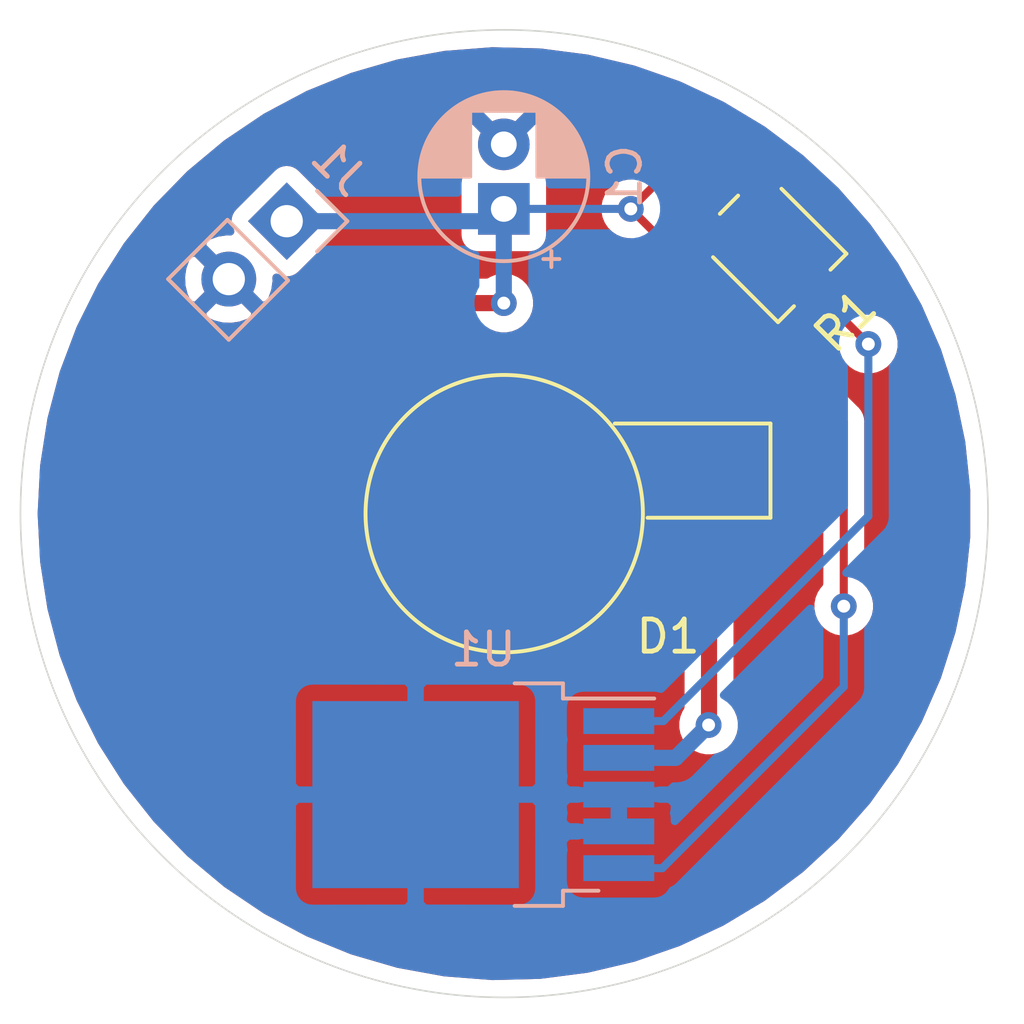
<source format=kicad_pcb>
(kicad_pcb (version 20171130) (host pcbnew 5.1.4-e60b266~84~ubuntu18.04.1)

  (general
    (thickness 1.6)
    (drawings 1)
    (tracks 30)
    (zones 0)
    (modules 5)
    (nets 5)
  )

  (page A4)
  (layers
    (0 F.Cu signal)
    (31 B.Cu signal)
    (32 B.Adhes user)
    (33 F.Adhes user)
    (34 B.Paste user)
    (35 F.Paste user)
    (36 B.SilkS user)
    (37 F.SilkS user)
    (38 B.Mask user)
    (39 F.Mask user)
    (40 Dwgs.User user)
    (41 Cmts.User user)
    (42 Eco1.User user)
    (43 Eco2.User user)
    (44 Edge.Cuts user)
    (45 Margin user)
    (46 B.CrtYd user)
    (47 F.CrtYd user)
    (48 B.Fab user)
    (49 F.Fab user)
  )

  (setup
    (last_trace_width 0.25)
    (user_trace_width 0.5)
    (trace_clearance 0.2)
    (zone_clearance 0.508)
    (zone_45_only no)
    (trace_min 0.2)
    (via_size 0.8)
    (via_drill 0.4)
    (via_min_size 0.4)
    (via_min_drill 0.3)
    (uvia_size 0.3)
    (uvia_drill 0.1)
    (uvias_allowed no)
    (uvia_min_size 0.2)
    (uvia_min_drill 0.1)
    (edge_width 0.05)
    (segment_width 0.2)
    (pcb_text_width 0.3)
    (pcb_text_size 1.5 1.5)
    (mod_edge_width 0.12)
    (mod_text_size 1 1)
    (mod_text_width 0.15)
    (pad_size 1.524 1.524)
    (pad_drill 0.762)
    (pad_to_mask_clearance 0.051)
    (solder_mask_min_width 0.25)
    (aux_axis_origin 0 0)
    (visible_elements FFFFFF7F)
    (pcbplotparams
      (layerselection 0x010fc_ffffffff)
      (usegerberextensions false)
      (usegerberattributes false)
      (usegerberadvancedattributes false)
      (creategerberjobfile false)
      (excludeedgelayer true)
      (linewidth 0.100000)
      (plotframeref false)
      (viasonmask false)
      (mode 1)
      (useauxorigin false)
      (hpglpennumber 1)
      (hpglpenspeed 20)
      (hpglpendiameter 15.000000)
      (psnegative false)
      (psa4output false)
      (plotreference true)
      (plotvalue true)
      (plotinvisibletext false)
      (padsonsilk false)
      (subtractmaskfromsilk false)
      (outputformat 1)
      (mirror false)
      (drillshape 1)
      (scaleselection 1)
      (outputdirectory ""))
  )

  (net 0 "")
  (net 1 GND)
  (net 2 12V)
  (net 3 "Net-(R1-Pad1)")
  (net 4 "Net-(D1-Pad1)")

  (net_class Default "This is the default net class."
    (clearance 0.2)
    (trace_width 0.25)
    (via_dia 0.8)
    (via_drill 0.4)
    (uvia_dia 0.3)
    (uvia_drill 0.1)
    (add_net 12V)
    (add_net GND)
    (add_net "Net-(D1-Pad1)")
    (add_net "Net-(R1-Pad1)")
  )

  (module LED_SMD:LED_1W_3W_R8 (layer F.Cu) (tedit 58AC980C) (tstamp 5D9EEB53)
    (at 150 100 180)
    (descr https://www.gme.cz/data/attachments/dsh.518-234.1.pdf)
    (tags "LED 1W 3W 5W")
    (path /5D9DEF9B)
    (attr smd)
    (fp_text reference D1 (at -5.08 -3.81) (layer F.SilkS)
      (effects (font (size 1 1) (thickness 0.15)))
    )
    (fp_text value LED (at 0 5.08) (layer F.Fab)
      (effects (font (size 1 1) (thickness 0.15)))
    )
    (fp_text user %R (at 0 -2.54) (layer F.Fab)
      (effects (font (size 1 1) (thickness 0.15)))
    )
    (fp_line (start -2.54 0) (end -1.27 0) (layer F.Fab) (width 0.1))
    (fp_line (start -1.27 -1.27) (end -1.27 1.27) (layer F.Fab) (width 0.1))
    (fp_line (start 1.27 0) (end 2.54 0) (layer F.Fab) (width 0.1))
    (fp_line (start 1.27 1.27) (end 1.27 0) (layer F.Fab) (width 0.1))
    (fp_line (start -1.27 0) (end 1.27 1.27) (layer F.Fab) (width 0.1))
    (fp_line (start 1.27 -1.27) (end 1.27 1.27) (layer F.Fab) (width 0.1))
    (fp_line (start -1.27 0) (end 1.27 -1.27) (layer F.Fab) (width 0.1))
    (fp_arc (start 0 0) (end 4.59 0.45) (angle 131.3332206) (layer F.CrtYd) (width 0.05))
    (fp_arc (start 0 0) (end -4.59 -0.45) (angle 131.3332206) (layer F.CrtYd) (width 0.05))
    (fp_line (start 8.55 0.45) (end 4.59 0.45) (layer F.CrtYd) (width 0.05))
    (fp_line (start 8.55 -3.15) (end 8.55 0.45) (layer F.CrtYd) (width 0.05))
    (fp_line (start 3.37 -3.15) (end 8.55 -3.15) (layer F.CrtYd) (width 0.05))
    (fp_line (start -8.55 3.15) (end -3.37 3.15) (layer F.CrtYd) (width 0.05))
    (fp_line (start -8.55 -0.45) (end -8.55 3.15) (layer F.CrtYd) (width 0.05))
    (fp_line (start -4.59 -0.45) (end -8.55 -0.45) (layer F.CrtYd) (width 0.05))
    (fp_line (start -8.255 2.794) (end -3.429 2.794) (layer F.SilkS) (width 0.12))
    (fp_line (start -8.255 -0.127) (end -8.255 2.794) (layer F.SilkS) (width 0.12))
    (fp_line (start -4.445 -0.127) (end -8.255 -0.127) (layer F.SilkS) (width 0.12))
    (fp_circle (center 0 0) (end -4.3 0) (layer F.SilkS) (width 0.12))
    (fp_line (start 4.318 1.016) (end 5.334 1.016) (layer F.Fab) (width 0.1))
    (fp_line (start -5.334 -1.016) (end -4.318 -1.016) (layer F.Fab) (width 0.1))
    (fp_line (start 4.826 1.524) (end 4.826 0.508) (layer F.Fab) (width 0.1))
    (fp_circle (center 0 0) (end 4.025 0) (layer F.Fab) (width 0.1))
    (pad 2 smd rect (at 6.35 -1.35 180) (size 3.5 2.7) (layers F.Cu F.Paste F.Mask)
      (net 2 12V))
    (pad 1 smd rect (at -6.35 1.35 180) (size 3.5 2.7) (layers F.Cu F.Paste F.Mask)
      (net 4 "Net-(D1-Pad1)"))
    (pad 3 smd circle (at 0 0 180) (size 5.7 5.7) (layers F.Cu F.Paste F.Mask))
    (model ${KISYS3DMOD}/LED_SMD.3dshapes/LED_1W_3W_R8.wrl
      (at (xyz 0 0 0))
      (scale (xyz 1 1 1))
      (rotate (xyz 0 0 0))
    )
  )

  (module Connector_PinHeader_2.54mm:PinHeader_1x02_P2.54mm_Vertical (layer B.Cu) (tedit 59FED5CC) (tstamp 5D9EEF84)
    (at 143.256 90.932 135)
    (descr "Through hole straight pin header, 1x02, 2.54mm pitch, single row")
    (tags "Through hole pin header THT 1x02 2.54mm single row")
    (path /5D9EBB2B)
    (fp_text reference J1 (at 0 2.33 135) (layer B.SilkS)
      (effects (font (size 1 1) (thickness 0.15)) (justify mirror))
    )
    (fp_text value Conn_01x02 (at 0 -4.87 135) (layer B.Fab)
      (effects (font (size 1 1) (thickness 0.15)) (justify mirror))
    )
    (fp_line (start -0.635 1.27) (end 1.27 1.27) (layer B.Fab) (width 0.1))
    (fp_line (start 1.27 1.27) (end 1.27 -3.81) (layer B.Fab) (width 0.1))
    (fp_line (start 1.27 -3.81) (end -1.27 -3.81) (layer B.Fab) (width 0.1))
    (fp_line (start -1.27 -3.81) (end -1.27 0.635) (layer B.Fab) (width 0.1))
    (fp_line (start -1.27 0.635) (end -0.635 1.27) (layer B.Fab) (width 0.1))
    (fp_line (start -1.33 -3.87) (end 1.33 -3.87) (layer B.SilkS) (width 0.12))
    (fp_line (start -1.33 -1.27) (end -1.33 -3.87) (layer B.SilkS) (width 0.12))
    (fp_line (start 1.33 -1.27) (end 1.33 -3.87) (layer B.SilkS) (width 0.12))
    (fp_line (start -1.33 -1.27) (end 1.33 -1.27) (layer B.SilkS) (width 0.12))
    (fp_line (start -1.33 0) (end -1.33 1.33) (layer B.SilkS) (width 0.12))
    (fp_line (start -1.33 1.33) (end 0 1.33) (layer B.SilkS) (width 0.12))
    (fp_line (start -1.8 1.8) (end -1.8 -4.35) (layer B.CrtYd) (width 0.05))
    (fp_line (start -1.8 -4.35) (end 1.8 -4.35) (layer B.CrtYd) (width 0.05))
    (fp_line (start 1.8 -4.35) (end 1.8 1.8) (layer B.CrtYd) (width 0.05))
    (fp_line (start 1.8 1.8) (end -1.8 1.8) (layer B.CrtYd) (width 0.05))
    (fp_text user %R (at 0 -1.27 225) (layer B.Fab)
      (effects (font (size 1 1) (thickness 0.15)) (justify mirror))
    )
    (pad 1 thru_hole rect (at 0 0 135) (size 1.7 1.7) (drill 1) (layers *.Cu *.Mask)
      (net 2 12V))
    (pad 2 thru_hole oval (at 0 -2.54 135) (size 1.7 1.7) (drill 1) (layers *.Cu *.Mask)
      (net 1 GND))
    (model ${KISYS3DMOD}/Connector_PinHeader_2.54mm.3dshapes/PinHeader_1x02_P2.54mm_Vertical.wrl
      (at (xyz 0 0 0))
      (scale (xyz 1 1 1))
      (rotate (xyz 0 0 0))
    )
  )

  (module EmitterMk1:Potentiometer_TM3FJ_3x3.65mm (layer F.Cu) (tedit 5D9DD141) (tstamp 5D9EEB75)
    (at 158.242 91.694 225)
    (path /5D9E7358)
    (fp_text reference R1 (at 0 -3.302 45) (layer F.SilkS)
      (effects (font (size 1 1) (thickness 0.15)))
    )
    (fp_text value R_Variable (at 0 3.302 45) (layer F.Fab)
      (effects (font (size 1 1) (thickness 0.15)))
    )
    (fp_line (start -0.4 1.8) (end 0.4 1.8) (layer F.SilkS) (width 0.12))
    (fp_line (start -1.5 1) (end -1.5 -1.85) (layer F.SilkS) (width 0.12))
    (fp_line (start -1.5 -1.85) (end -0.8 -1.85) (layer F.SilkS) (width 0.12))
    (fp_line (start 0.8 -1.85) (end 1.5 -1.85) (layer F.SilkS) (width 0.12))
    (fp_line (start 1.5 -1.85) (end 1.5 1) (layer F.SilkS) (width 0.12))
    (pad 2 smd rect (at -1 1.6 225) (size 1.2 1.2) (layers F.Cu F.Paste F.Mask)
      (net 2 12V))
    (pad 3 smd rect (at 1 1.6 225) (size 1.2 1.2) (layers F.Cu F.Paste F.Mask))
    (pad 1 smd rect (at 0 -1.65 225) (size 1.6 1.5) (layers F.Cu F.Paste F.Mask)
      (net 3 "Net-(R1-Pad1)"))
  )

  (module Package_TO_SOT_SMD:TO-252-5_TabPin3 (layer B.Cu) (tedit 5A70FB5C) (tstamp 5D9EFBCE)
    (at 149.352 108.712 180)
    (descr "TO-252 / DPAK SMD package, http://www.infineon.com/cms/en/product/packages/PG-TO252/PG-TO252-5-11/")
    (tags "DPAK TO-252 DPAK-5 TO-252-5")
    (path /5D9DE81C)
    (attr smd)
    (fp_text reference U1 (at 0 4.5) (layer B.SilkS)
      (effects (font (size 1 1) (thickness 0.15)) (justify mirror))
    )
    (fp_text value DD311 (at 0 -4.5) (layer B.Fab)
      (effects (font (size 1 1) (thickness 0.15)) (justify mirror))
    )
    (fp_line (start 3.95 2.7) (end 4.95 2.7) (layer B.Fab) (width 0.1))
    (fp_line (start 4.95 2.7) (end 4.95 -2.7) (layer B.Fab) (width 0.1))
    (fp_line (start 4.95 -2.7) (end 3.95 -2.7) (layer B.Fab) (width 0.1))
    (fp_line (start 3.95 3.25) (end 3.95 -3.25) (layer B.Fab) (width 0.1))
    (fp_line (start 3.95 -3.25) (end -2.27 -3.25) (layer B.Fab) (width 0.1))
    (fp_line (start -2.27 -3.25) (end -2.27 2.25) (layer B.Fab) (width 0.1))
    (fp_line (start -2.27 2.25) (end -1.27 3.25) (layer B.Fab) (width 0.1))
    (fp_line (start -1.27 3.25) (end 3.95 3.25) (layer B.Fab) (width 0.1))
    (fp_line (start -1.94 2.58) (end -4.97 2.58) (layer B.Fab) (width 0.1))
    (fp_line (start -4.97 2.58) (end -4.97 1.98) (layer B.Fab) (width 0.1))
    (fp_line (start -4.97 1.98) (end -2.27 1.98) (layer B.Fab) (width 0.1))
    (fp_line (start -2.27 1.44) (end -4.97 1.44) (layer B.Fab) (width 0.1))
    (fp_line (start -4.97 1.44) (end -4.97 0.84) (layer B.Fab) (width 0.1))
    (fp_line (start -4.97 0.84) (end -2.27 0.84) (layer B.Fab) (width 0.1))
    (fp_line (start -2.27 0.3) (end -4.97 0.3) (layer B.Fab) (width 0.1))
    (fp_line (start -4.97 0.3) (end -4.97 -0.3) (layer B.Fab) (width 0.1))
    (fp_line (start -4.97 -0.3) (end -2.27 -0.3) (layer B.Fab) (width 0.1))
    (fp_line (start -2.27 -0.84) (end -4.97 -0.84) (layer B.Fab) (width 0.1))
    (fp_line (start -4.97 -0.84) (end -4.97 -1.44) (layer B.Fab) (width 0.1))
    (fp_line (start -4.97 -1.44) (end -2.27 -1.44) (layer B.Fab) (width 0.1))
    (fp_line (start -2.27 -1.98) (end -4.97 -1.98) (layer B.Fab) (width 0.1))
    (fp_line (start -4.97 -1.98) (end -4.97 -2.58) (layer B.Fab) (width 0.1))
    (fp_line (start -4.97 -2.58) (end -2.27 -2.58) (layer B.Fab) (width 0.1))
    (fp_line (start -0.97 3.45) (end -2.47 3.45) (layer B.SilkS) (width 0.12))
    (fp_line (start -2.47 3.45) (end -2.47 2.98) (layer B.SilkS) (width 0.12))
    (fp_line (start -2.47 2.98) (end -5.3 2.98) (layer B.SilkS) (width 0.12))
    (fp_line (start -0.97 -3.45) (end -2.47 -3.45) (layer B.SilkS) (width 0.12))
    (fp_line (start -2.47 -3.45) (end -2.47 -2.98) (layer B.SilkS) (width 0.12))
    (fp_line (start -2.47 -2.98) (end -3.57 -2.98) (layer B.SilkS) (width 0.12))
    (fp_line (start -5.55 3.5) (end -5.55 -3.5) (layer B.CrtYd) (width 0.05))
    (fp_line (start -5.55 -3.5) (end 5.55 -3.5) (layer B.CrtYd) (width 0.05))
    (fp_line (start 5.55 -3.5) (end 5.55 3.5) (layer B.CrtYd) (width 0.05))
    (fp_line (start 5.55 3.5) (end -5.55 3.5) (layer B.CrtYd) (width 0.05))
    (fp_text user %R (at 0 0 90) (layer B.Fab)
      (effects (font (size 1 1) (thickness 0.15)) (justify mirror))
    )
    (pad 1 smd rect (at -4.2 2.28 180) (size 2.2 0.8) (layers B.Cu B.Paste B.Mask)
      (net 3 "Net-(R1-Pad1)"))
    (pad 2 smd rect (at -4.2 1.14 180) (size 2.2 0.8) (layers B.Cu B.Paste B.Mask)
      (net 4 "Net-(D1-Pad1)"))
    (pad 3 smd rect (at -4.2 0 180) (size 2.2 0.8) (layers B.Cu B.Paste B.Mask)
      (net 1 GND))
    (pad 4 smd rect (at -4.2 -1.14 180) (size 2.2 0.8) (layers B.Cu B.Paste B.Mask)
      (net 1 GND))
    (pad 5 smd rect (at -4.2 -2.28 180) (size 2.2 0.8) (layers B.Cu B.Paste B.Mask)
      (net 2 12V))
    (pad 3 smd rect (at 2.1 0 180) (size 6.4 5.8) (layers B.Cu B.Mask)
      (net 1 GND))
    (pad "" smd rect (at 3.775 -1.525 180) (size 3.05 2.75) (layers B.Paste))
    (pad "" smd rect (at 0.425 1.525 180) (size 3.05 2.75) (layers B.Paste))
    (pad "" smd rect (at 3.775 1.525 180) (size 3.05 2.75) (layers B.Paste))
    (pad "" smd rect (at 0.425 -1.525 180) (size 3.05 2.75) (layers B.Paste))
    (model ${KISYS3DMOD}/Package_TO_SOT_SMD.3dshapes/TO-252-5_TabPin3.wrl
      (at (xyz 0 0 0))
      (scale (xyz 1 1 1))
      (rotate (xyz 0 0 0))
    )
  )

  (module Capacitor_THT:CP_Radial_D5.0mm_P2.00mm (layer B.Cu) (tedit 5AE50EF0) (tstamp 5D9F4EFF)
    (at 149.987 90.551 90)
    (descr "CP, Radial series, Radial, pin pitch=2.00mm, , diameter=5mm, Electrolytic Capacitor")
    (tags "CP Radial series Radial pin pitch 2.00mm  diameter 5mm Electrolytic Capacitor")
    (path /5D9F245E)
    (fp_text reference C1 (at 1 3.75 90) (layer B.SilkS)
      (effects (font (size 1 1) (thickness 0.15)) (justify mirror))
    )
    (fp_text value 47uF (at 1 -3.75 90) (layer B.Fab)
      (effects (font (size 1 1) (thickness 0.15)) (justify mirror))
    )
    (fp_circle (center 1 0) (end 3.5 0) (layer B.Fab) (width 0.1))
    (fp_circle (center 1 0) (end 3.62 0) (layer B.SilkS) (width 0.12))
    (fp_circle (center 1 0) (end 3.75 0) (layer B.CrtYd) (width 0.05))
    (fp_line (start -1.133605 1.0875) (end -0.633605 1.0875) (layer B.Fab) (width 0.1))
    (fp_line (start -0.883605 1.3375) (end -0.883605 0.8375) (layer B.Fab) (width 0.1))
    (fp_line (start 1 -1.04) (end 1 -2.58) (layer B.SilkS) (width 0.12))
    (fp_line (start 1 2.58) (end 1 1.04) (layer B.SilkS) (width 0.12))
    (fp_line (start 1.04 -1.04) (end 1.04 -2.58) (layer B.SilkS) (width 0.12))
    (fp_line (start 1.04 2.58) (end 1.04 1.04) (layer B.SilkS) (width 0.12))
    (fp_line (start 1.08 2.579) (end 1.08 1.04) (layer B.SilkS) (width 0.12))
    (fp_line (start 1.08 -1.04) (end 1.08 -2.579) (layer B.SilkS) (width 0.12))
    (fp_line (start 1.12 2.578) (end 1.12 1.04) (layer B.SilkS) (width 0.12))
    (fp_line (start 1.12 -1.04) (end 1.12 -2.578) (layer B.SilkS) (width 0.12))
    (fp_line (start 1.16 2.576) (end 1.16 1.04) (layer B.SilkS) (width 0.12))
    (fp_line (start 1.16 -1.04) (end 1.16 -2.576) (layer B.SilkS) (width 0.12))
    (fp_line (start 1.2 2.573) (end 1.2 1.04) (layer B.SilkS) (width 0.12))
    (fp_line (start 1.2 -1.04) (end 1.2 -2.573) (layer B.SilkS) (width 0.12))
    (fp_line (start 1.24 2.569) (end 1.24 1.04) (layer B.SilkS) (width 0.12))
    (fp_line (start 1.24 -1.04) (end 1.24 -2.569) (layer B.SilkS) (width 0.12))
    (fp_line (start 1.28 2.565) (end 1.28 1.04) (layer B.SilkS) (width 0.12))
    (fp_line (start 1.28 -1.04) (end 1.28 -2.565) (layer B.SilkS) (width 0.12))
    (fp_line (start 1.32 2.561) (end 1.32 1.04) (layer B.SilkS) (width 0.12))
    (fp_line (start 1.32 -1.04) (end 1.32 -2.561) (layer B.SilkS) (width 0.12))
    (fp_line (start 1.36 2.556) (end 1.36 1.04) (layer B.SilkS) (width 0.12))
    (fp_line (start 1.36 -1.04) (end 1.36 -2.556) (layer B.SilkS) (width 0.12))
    (fp_line (start 1.4 2.55) (end 1.4 1.04) (layer B.SilkS) (width 0.12))
    (fp_line (start 1.4 -1.04) (end 1.4 -2.55) (layer B.SilkS) (width 0.12))
    (fp_line (start 1.44 2.543) (end 1.44 1.04) (layer B.SilkS) (width 0.12))
    (fp_line (start 1.44 -1.04) (end 1.44 -2.543) (layer B.SilkS) (width 0.12))
    (fp_line (start 1.48 2.536) (end 1.48 1.04) (layer B.SilkS) (width 0.12))
    (fp_line (start 1.48 -1.04) (end 1.48 -2.536) (layer B.SilkS) (width 0.12))
    (fp_line (start 1.52 2.528) (end 1.52 1.04) (layer B.SilkS) (width 0.12))
    (fp_line (start 1.52 -1.04) (end 1.52 -2.528) (layer B.SilkS) (width 0.12))
    (fp_line (start 1.56 2.52) (end 1.56 1.04) (layer B.SilkS) (width 0.12))
    (fp_line (start 1.56 -1.04) (end 1.56 -2.52) (layer B.SilkS) (width 0.12))
    (fp_line (start 1.6 2.511) (end 1.6 1.04) (layer B.SilkS) (width 0.12))
    (fp_line (start 1.6 -1.04) (end 1.6 -2.511) (layer B.SilkS) (width 0.12))
    (fp_line (start 1.64 2.501) (end 1.64 1.04) (layer B.SilkS) (width 0.12))
    (fp_line (start 1.64 -1.04) (end 1.64 -2.501) (layer B.SilkS) (width 0.12))
    (fp_line (start 1.68 2.491) (end 1.68 1.04) (layer B.SilkS) (width 0.12))
    (fp_line (start 1.68 -1.04) (end 1.68 -2.491) (layer B.SilkS) (width 0.12))
    (fp_line (start 1.721 2.48) (end 1.721 1.04) (layer B.SilkS) (width 0.12))
    (fp_line (start 1.721 -1.04) (end 1.721 -2.48) (layer B.SilkS) (width 0.12))
    (fp_line (start 1.761 2.468) (end 1.761 1.04) (layer B.SilkS) (width 0.12))
    (fp_line (start 1.761 -1.04) (end 1.761 -2.468) (layer B.SilkS) (width 0.12))
    (fp_line (start 1.801 2.455) (end 1.801 1.04) (layer B.SilkS) (width 0.12))
    (fp_line (start 1.801 -1.04) (end 1.801 -2.455) (layer B.SilkS) (width 0.12))
    (fp_line (start 1.841 2.442) (end 1.841 1.04) (layer B.SilkS) (width 0.12))
    (fp_line (start 1.841 -1.04) (end 1.841 -2.442) (layer B.SilkS) (width 0.12))
    (fp_line (start 1.881 2.428) (end 1.881 1.04) (layer B.SilkS) (width 0.12))
    (fp_line (start 1.881 -1.04) (end 1.881 -2.428) (layer B.SilkS) (width 0.12))
    (fp_line (start 1.921 2.414) (end 1.921 1.04) (layer B.SilkS) (width 0.12))
    (fp_line (start 1.921 -1.04) (end 1.921 -2.414) (layer B.SilkS) (width 0.12))
    (fp_line (start 1.961 2.398) (end 1.961 1.04) (layer B.SilkS) (width 0.12))
    (fp_line (start 1.961 -1.04) (end 1.961 -2.398) (layer B.SilkS) (width 0.12))
    (fp_line (start 2.001 2.382) (end 2.001 1.04) (layer B.SilkS) (width 0.12))
    (fp_line (start 2.001 -1.04) (end 2.001 -2.382) (layer B.SilkS) (width 0.12))
    (fp_line (start 2.041 2.365) (end 2.041 1.04) (layer B.SilkS) (width 0.12))
    (fp_line (start 2.041 -1.04) (end 2.041 -2.365) (layer B.SilkS) (width 0.12))
    (fp_line (start 2.081 2.348) (end 2.081 1.04) (layer B.SilkS) (width 0.12))
    (fp_line (start 2.081 -1.04) (end 2.081 -2.348) (layer B.SilkS) (width 0.12))
    (fp_line (start 2.121 2.329) (end 2.121 1.04) (layer B.SilkS) (width 0.12))
    (fp_line (start 2.121 -1.04) (end 2.121 -2.329) (layer B.SilkS) (width 0.12))
    (fp_line (start 2.161 2.31) (end 2.161 1.04) (layer B.SilkS) (width 0.12))
    (fp_line (start 2.161 -1.04) (end 2.161 -2.31) (layer B.SilkS) (width 0.12))
    (fp_line (start 2.201 2.29) (end 2.201 1.04) (layer B.SilkS) (width 0.12))
    (fp_line (start 2.201 -1.04) (end 2.201 -2.29) (layer B.SilkS) (width 0.12))
    (fp_line (start 2.241 2.268) (end 2.241 1.04) (layer B.SilkS) (width 0.12))
    (fp_line (start 2.241 -1.04) (end 2.241 -2.268) (layer B.SilkS) (width 0.12))
    (fp_line (start 2.281 2.247) (end 2.281 1.04) (layer B.SilkS) (width 0.12))
    (fp_line (start 2.281 -1.04) (end 2.281 -2.247) (layer B.SilkS) (width 0.12))
    (fp_line (start 2.321 2.224) (end 2.321 1.04) (layer B.SilkS) (width 0.12))
    (fp_line (start 2.321 -1.04) (end 2.321 -2.224) (layer B.SilkS) (width 0.12))
    (fp_line (start 2.361 2.2) (end 2.361 1.04) (layer B.SilkS) (width 0.12))
    (fp_line (start 2.361 -1.04) (end 2.361 -2.2) (layer B.SilkS) (width 0.12))
    (fp_line (start 2.401 2.175) (end 2.401 1.04) (layer B.SilkS) (width 0.12))
    (fp_line (start 2.401 -1.04) (end 2.401 -2.175) (layer B.SilkS) (width 0.12))
    (fp_line (start 2.441 2.149) (end 2.441 1.04) (layer B.SilkS) (width 0.12))
    (fp_line (start 2.441 -1.04) (end 2.441 -2.149) (layer B.SilkS) (width 0.12))
    (fp_line (start 2.481 2.122) (end 2.481 1.04) (layer B.SilkS) (width 0.12))
    (fp_line (start 2.481 -1.04) (end 2.481 -2.122) (layer B.SilkS) (width 0.12))
    (fp_line (start 2.521 2.095) (end 2.521 1.04) (layer B.SilkS) (width 0.12))
    (fp_line (start 2.521 -1.04) (end 2.521 -2.095) (layer B.SilkS) (width 0.12))
    (fp_line (start 2.561 2.065) (end 2.561 1.04) (layer B.SilkS) (width 0.12))
    (fp_line (start 2.561 -1.04) (end 2.561 -2.065) (layer B.SilkS) (width 0.12))
    (fp_line (start 2.601 2.035) (end 2.601 1.04) (layer B.SilkS) (width 0.12))
    (fp_line (start 2.601 -1.04) (end 2.601 -2.035) (layer B.SilkS) (width 0.12))
    (fp_line (start 2.641 2.004) (end 2.641 1.04) (layer B.SilkS) (width 0.12))
    (fp_line (start 2.641 -1.04) (end 2.641 -2.004) (layer B.SilkS) (width 0.12))
    (fp_line (start 2.681 1.971) (end 2.681 1.04) (layer B.SilkS) (width 0.12))
    (fp_line (start 2.681 -1.04) (end 2.681 -1.971) (layer B.SilkS) (width 0.12))
    (fp_line (start 2.721 1.937) (end 2.721 1.04) (layer B.SilkS) (width 0.12))
    (fp_line (start 2.721 -1.04) (end 2.721 -1.937) (layer B.SilkS) (width 0.12))
    (fp_line (start 2.761 1.901) (end 2.761 1.04) (layer B.SilkS) (width 0.12))
    (fp_line (start 2.761 -1.04) (end 2.761 -1.901) (layer B.SilkS) (width 0.12))
    (fp_line (start 2.801 1.864) (end 2.801 1.04) (layer B.SilkS) (width 0.12))
    (fp_line (start 2.801 -1.04) (end 2.801 -1.864) (layer B.SilkS) (width 0.12))
    (fp_line (start 2.841 1.826) (end 2.841 1.04) (layer B.SilkS) (width 0.12))
    (fp_line (start 2.841 -1.04) (end 2.841 -1.826) (layer B.SilkS) (width 0.12))
    (fp_line (start 2.881 1.785) (end 2.881 1.04) (layer B.SilkS) (width 0.12))
    (fp_line (start 2.881 -1.04) (end 2.881 -1.785) (layer B.SilkS) (width 0.12))
    (fp_line (start 2.921 1.743) (end 2.921 1.04) (layer B.SilkS) (width 0.12))
    (fp_line (start 2.921 -1.04) (end 2.921 -1.743) (layer B.SilkS) (width 0.12))
    (fp_line (start 2.961 1.699) (end 2.961 1.04) (layer B.SilkS) (width 0.12))
    (fp_line (start 2.961 -1.04) (end 2.961 -1.699) (layer B.SilkS) (width 0.12))
    (fp_line (start 3.001 1.653) (end 3.001 1.04) (layer B.SilkS) (width 0.12))
    (fp_line (start 3.001 -1.04) (end 3.001 -1.653) (layer B.SilkS) (width 0.12))
    (fp_line (start 3.041 1.605) (end 3.041 -1.605) (layer B.SilkS) (width 0.12))
    (fp_line (start 3.081 1.554) (end 3.081 -1.554) (layer B.SilkS) (width 0.12))
    (fp_line (start 3.121 1.5) (end 3.121 -1.5) (layer B.SilkS) (width 0.12))
    (fp_line (start 3.161 1.443) (end 3.161 -1.443) (layer B.SilkS) (width 0.12))
    (fp_line (start 3.201 1.383) (end 3.201 -1.383) (layer B.SilkS) (width 0.12))
    (fp_line (start 3.241 1.319) (end 3.241 -1.319) (layer B.SilkS) (width 0.12))
    (fp_line (start 3.281 1.251) (end 3.281 -1.251) (layer B.SilkS) (width 0.12))
    (fp_line (start 3.321 1.178) (end 3.321 -1.178) (layer B.SilkS) (width 0.12))
    (fp_line (start 3.361 1.098) (end 3.361 -1.098) (layer B.SilkS) (width 0.12))
    (fp_line (start 3.401 1.011) (end 3.401 -1.011) (layer B.SilkS) (width 0.12))
    (fp_line (start 3.441 0.915) (end 3.441 -0.915) (layer B.SilkS) (width 0.12))
    (fp_line (start 3.481 0.805) (end 3.481 -0.805) (layer B.SilkS) (width 0.12))
    (fp_line (start 3.521 0.677) (end 3.521 -0.677) (layer B.SilkS) (width 0.12))
    (fp_line (start 3.561 0.518) (end 3.561 -0.518) (layer B.SilkS) (width 0.12))
    (fp_line (start 3.601 0.284) (end 3.601 -0.284) (layer B.SilkS) (width 0.12))
    (fp_line (start -1.804775 1.475) (end -1.304775 1.475) (layer B.SilkS) (width 0.12))
    (fp_line (start -1.554775 1.725) (end -1.554775 1.225) (layer B.SilkS) (width 0.12))
    (fp_text user %R (at 1 0) (layer B.Fab)
      (effects (font (size 1 1) (thickness 0.15)) (justify mirror))
    )
    (pad 1 thru_hole rect (at 0 0 90) (size 1.6 1.6) (drill 0.8) (layers *.Cu *.Mask)
      (net 2 12V))
    (pad 2 thru_hole circle (at 2 0 90) (size 1.6 1.6) (drill 0.8) (layers *.Cu *.Mask)
      (net 1 GND))
    (model ${KISYS3DMOD}/Capacitor_THT.3dshapes/CP_Radial_D5.0mm_P2.00mm.wrl
      (at (xyz 0 0 0))
      (scale (xyz 1 1 1))
      (rotate (xyz 0 0 0))
    )
  )

  (gr_circle (center 150 100) (end 165 100) (layer Edge.Cuts) (width 0.05) (tstamp 5D9EECF2))

  (segment (start 149.606 90.932) (end 149.987 90.551) (width 0.5) (layer B.Cu) (net 2))
  (segment (start 143.256 90.932) (end 149.606 90.932) (width 0.5) (layer B.Cu) (net 2))
  (via (at 149.987 93.472) (size 0.8) (drill 0.4) (layers F.Cu B.Cu) (net 2))
  (segment (start 149.987 90.551) (end 149.987 93.472) (width 0.5) (layer B.Cu) (net 2))
  (segment (start 149.987 93.472) (end 145.923 93.472) (width 0.5) (layer F.Cu) (net 2))
  (segment (start 143.65 95.745) (end 143.65 101.35) (width 0.5) (layer F.Cu) (net 2))
  (segment (start 145.923 93.472) (end 143.65 95.745) (width 0.5) (layer F.Cu) (net 2))
  (via (at 153.924 90.551) (size 0.8) (drill 0.4) (layers F.Cu B.Cu) (net 2))
  (segment (start 149.987 90.551) (end 153.924 90.551) (width 0.25) (layer B.Cu) (net 2))
  (segment (start 154.619478 89.855522) (end 157.817736 89.855522) (width 0.25) (layer F.Cu) (net 2))
  (segment (start 153.924 90.551) (end 154.619478 89.855522) (width 0.25) (layer F.Cu) (net 2))
  (via (at 160.528 102.87) (size 0.8) (drill 0.4) (layers F.Cu B.Cu) (net 2))
  (segment (start 153.924 90.551) (end 160.528 97.155) (width 0.25) (layer F.Cu) (net 2))
  (segment (start 160.528 97.155) (end 160.528 102.87) (width 0.25) (layer F.Cu) (net 2))
  (segment (start 154.902 110.992) (end 153.552 110.992) (width 0.25) (layer B.Cu) (net 2))
  (segment (start 160.528 105.366) (end 154.902 110.992) (width 0.25) (layer B.Cu) (net 2))
  (segment (start 160.528 102.87) (end 160.528 105.366) (width 0.25) (layer B.Cu) (net 2))
  (segment (start 156.464 98.764) (end 156.35 98.65) (width 0.5) (layer F.Cu) (net 4))
  (segment (start 153.558 106.426) (end 153.552 106.432) (width 0.25) (layer B.Cu) (net 3))
  (segment (start 159.408726 92.860726) (end 160.009766 93.461766) (width 0.25) (layer F.Cu) (net 3))
  (via (at 161.29 94.742) (size 0.8) (drill 0.4) (layers F.Cu B.Cu) (net 3))
  (segment (start 160.009766 93.461766) (end 161.29 94.742) (width 0.25) (layer F.Cu) (net 3))
  (segment (start 161.29 94.742) (end 161.29 100.076) (width 0.25) (layer B.Cu) (net 3))
  (segment (start 154.934 106.432) (end 153.552 106.432) (width 0.25) (layer B.Cu) (net 3))
  (segment (start 161.29 100.076) (end 154.934 106.432) (width 0.25) (layer B.Cu) (net 3))
  (via (at 156.337 106.553) (size 0.8) (drill 0.4) (layers F.Cu B.Cu) (net 4))
  (segment (start 156.35 98.65) (end 156.35 106.54) (width 0.5) (layer F.Cu) (net 4))
  (segment (start 156.35 106.54) (end 156.337 106.553) (width 0.5) (layer F.Cu) (net 4))
  (segment (start 155.318 107.572) (end 153.552 107.572) (width 0.5) (layer B.Cu) (net 4))
  (segment (start 156.337 106.553) (end 155.318 107.572) (width 0.5) (layer B.Cu) (net 4))

  (zone (net 1) (net_name GND) (layer F.Cu) (tstamp 0) (hatch edge 0.508)
    (connect_pads (clearance 0.508))
    (min_thickness 0.254)
    (fill yes (arc_segments 32) (thermal_gap 0.508) (thermal_bridge_width 0.508))
    (polygon
      (pts
        (xy 134.366 84.074) (xy 166.116 84.074) (xy 166.116 115.824) (xy 134.366 115.824)
      )
    )
    (filled_polygon
      (pts
        (xy 151.106696 85.702769) (xy 152.570886 85.892337) (xy 154.007824 86.231451) (xy 155.402278 86.716514) (xy 156.739466 87.342386)
        (xy 158.005215 88.102432) (xy 159.186106 88.988594) (xy 160.269622 89.991481) (xy 161.244278 91.10046) (xy 162.099742 92.303777)
        (xy 162.826945 93.588675) (xy 163.418179 94.941535) (xy 163.867178 96.348016) (xy 164.16918 97.793209) (xy 164.320986 99.261795)
        (xy 164.320986 100.738205) (xy 164.16918 102.206791) (xy 163.867178 103.651984) (xy 163.418179 105.058465) (xy 162.826945 106.411325)
        (xy 162.099742 107.696223) (xy 161.244278 108.89954) (xy 160.269622 110.008519) (xy 159.186106 111.011406) (xy 158.005215 111.897568)
        (xy 156.739466 112.657614) (xy 155.402278 113.283486) (xy 154.007824 113.768549) (xy 152.570886 114.107663) (xy 151.106696 114.297231)
        (xy 149.630775 114.335246) (xy 148.158768 114.221303) (xy 146.706278 113.956611) (xy 145.288702 113.543976) (xy 143.921068 112.98777)
        (xy 142.617871 112.293892) (xy 141.392927 111.469695) (xy 140.25922 110.523916) (xy 139.228768 109.466581) (xy 138.312494 108.308899)
        (xy 137.52011 107.063139) (xy 136.860016 105.742509) (xy 136.339209 104.361007) (xy 135.963209 102.933277) (xy 135.736004 101.474453)
        (xy 135.66 100) (xy 141.261928 100) (xy 141.261928 102.7) (xy 141.274188 102.824482) (xy 141.310498 102.94418)
        (xy 141.369463 103.054494) (xy 141.448815 103.151185) (xy 141.545506 103.230537) (xy 141.65582 103.289502) (xy 141.775518 103.325812)
        (xy 141.9 103.338072) (xy 145.4 103.338072) (xy 145.524482 103.325812) (xy 145.64418 103.289502) (xy 145.754494 103.230537)
        (xy 145.851185 103.151185) (xy 145.930537 103.054494) (xy 145.989502 102.94418) (xy 146.025812 102.824482) (xy 146.038072 102.7)
        (xy 146.038072 100) (xy 146.025812 99.875518) (xy 145.989502 99.75582) (xy 145.936552 99.656758) (xy 146.515 99.656758)
        (xy 146.515 100.343242) (xy 146.648927 101.016537) (xy 146.911633 101.650766) (xy 147.293024 102.221558) (xy 147.778442 102.706976)
        (xy 148.349234 103.088367) (xy 148.983463 103.351073) (xy 149.656758 103.485) (xy 150.343242 103.485) (xy 151.016537 103.351073)
        (xy 151.650766 103.088367) (xy 152.221558 102.706976) (xy 152.706976 102.221558) (xy 153.088367 101.650766) (xy 153.351073 101.016537)
        (xy 153.485 100.343242) (xy 153.485 99.656758) (xy 153.351073 98.983463) (xy 153.088367 98.349234) (xy 152.706976 97.778442)
        (xy 152.228534 97.3) (xy 153.961928 97.3) (xy 153.961928 100) (xy 153.974188 100.124482) (xy 154.010498 100.24418)
        (xy 154.069463 100.354494) (xy 154.148815 100.451185) (xy 154.245506 100.530537) (xy 154.35582 100.589502) (xy 154.475518 100.625812)
        (xy 154.6 100.638072) (xy 155.465 100.638072) (xy 155.465001 105.995088) (xy 155.419795 106.062744) (xy 155.341774 106.251102)
        (xy 155.302 106.451061) (xy 155.302 106.654939) (xy 155.341774 106.854898) (xy 155.419795 107.043256) (xy 155.533063 107.212774)
        (xy 155.677226 107.356937) (xy 155.846744 107.470205) (xy 156.035102 107.548226) (xy 156.235061 107.588) (xy 156.438939 107.588)
        (xy 156.638898 107.548226) (xy 156.827256 107.470205) (xy 156.996774 107.356937) (xy 157.140937 107.212774) (xy 157.254205 107.043256)
        (xy 157.332226 106.854898) (xy 157.372 106.654939) (xy 157.372 106.451061) (xy 157.332226 106.251102) (xy 157.254205 106.062744)
        (xy 157.235 106.034002) (xy 157.235 100.638072) (xy 158.1 100.638072) (xy 158.224482 100.625812) (xy 158.34418 100.589502)
        (xy 158.454494 100.530537) (xy 158.551185 100.451185) (xy 158.630537 100.354494) (xy 158.689502 100.24418) (xy 158.725812 100.124482)
        (xy 158.738072 100) (xy 158.738072 97.3) (xy 158.725812 97.175518) (xy 158.689502 97.05582) (xy 158.630537 96.945506)
        (xy 158.551185 96.848815) (xy 158.454494 96.769463) (xy 158.34418 96.710498) (xy 158.224482 96.674188) (xy 158.1 96.661928)
        (xy 154.6 96.661928) (xy 154.475518 96.674188) (xy 154.35582 96.710498) (xy 154.245506 96.769463) (xy 154.148815 96.848815)
        (xy 154.069463 96.945506) (xy 154.010498 97.05582) (xy 153.974188 97.175518) (xy 153.961928 97.3) (xy 152.228534 97.3)
        (xy 152.221558 97.293024) (xy 151.650766 96.911633) (xy 151.016537 96.648927) (xy 150.343242 96.515) (xy 149.656758 96.515)
        (xy 148.983463 96.648927) (xy 148.349234 96.911633) (xy 147.778442 97.293024) (xy 147.293024 97.778442) (xy 146.911633 98.349234)
        (xy 146.648927 98.983463) (xy 146.515 99.656758) (xy 145.936552 99.656758) (xy 145.930537 99.645506) (xy 145.851185 99.548815)
        (xy 145.754494 99.469463) (xy 145.64418 99.410498) (xy 145.524482 99.374188) (xy 145.4 99.361928) (xy 144.535 99.361928)
        (xy 144.535 96.111578) (xy 146.289579 94.357) (xy 149.448546 94.357) (xy 149.496744 94.389205) (xy 149.685102 94.467226)
        (xy 149.885061 94.507) (xy 150.088939 94.507) (xy 150.288898 94.467226) (xy 150.477256 94.389205) (xy 150.646774 94.275937)
        (xy 150.790937 94.131774) (xy 150.904205 93.962256) (xy 150.982226 93.773898) (xy 151.022 93.573939) (xy 151.022 93.370061)
        (xy 150.982226 93.170102) (xy 150.904205 92.981744) (xy 150.790937 92.812226) (xy 150.646774 92.668063) (xy 150.477256 92.554795)
        (xy 150.288898 92.476774) (xy 150.088939 92.437) (xy 149.885061 92.437) (xy 149.685102 92.476774) (xy 149.496744 92.554795)
        (xy 149.448546 92.587) (xy 145.966465 92.587) (xy 145.922999 92.582719) (xy 145.879533 92.587) (xy 145.879523 92.587)
        (xy 145.74951 92.599805) (xy 145.582687 92.650411) (xy 145.428941 92.732589) (xy 145.428939 92.73259) (xy 145.42894 92.73259)
        (xy 145.327953 92.815468) (xy 145.327951 92.81547) (xy 145.294183 92.843183) (xy 145.26647 92.876951) (xy 143.054956 95.088466)
        (xy 143.021183 95.116183) (xy 142.910589 95.250942) (xy 142.828411 95.404688) (xy 142.777805 95.571511) (xy 142.765 95.701524)
        (xy 142.765 95.701531) (xy 142.760719 95.745) (xy 142.765 95.788469) (xy 142.765001 99.361928) (xy 141.9 99.361928)
        (xy 141.775518 99.374188) (xy 141.65582 99.410498) (xy 141.545506 99.469463) (xy 141.448815 99.548815) (xy 141.369463 99.645506)
        (xy 141.310498 99.75582) (xy 141.274188 99.875518) (xy 141.261928 100) (xy 135.66 100) (xy 135.736004 98.525547)
        (xy 135.963209 97.066723) (xy 136.339209 95.638993) (xy 136.860016 94.257491) (xy 137.112771 93.75181) (xy 140.615795 93.75181)
        (xy 140.693028 93.999692) (xy 140.955849 94.124876) (xy 141.238043 94.196382) (xy 141.528764 94.21146) (xy 141.816841 94.169531)
        (xy 142.091202 94.072207) (xy 142.226867 93.999688) (xy 142.303637 93.751344) (xy 141.459949 92.907656) (xy 140.615795 93.75181)
        (xy 137.112771 93.75181) (xy 137.52011 92.936861) (xy 137.696697 92.659236) (xy 139.97654 92.659236) (xy 139.991618 92.949957)
        (xy 140.063124 93.232151) (xy 140.188308 93.494972) (xy 140.43619 93.572205) (xy 141.280344 92.728051) (xy 140.436656 91.884363)
        (xy 140.188312 91.961133) (xy 140.115793 92.096798) (xy 140.018469 92.371159) (xy 139.97654 92.659236) (xy 137.696697 92.659236)
        (xy 138.303807 91.704758) (xy 140.616261 91.704758) (xy 141.459949 92.548446) (xy 141.474092 92.534304) (xy 141.653697 92.713909)
        (xy 141.639554 92.728051) (xy 142.483242 93.571739) (xy 142.731586 93.494969) (xy 142.804105 93.359304) (xy 142.901429 93.084943)
        (xy 142.943358 92.796866) (xy 142.937497 92.683857) (xy 143.01182 92.723584) (xy 143.131518 92.759894) (xy 143.256 92.772154)
        (xy 143.380482 92.759894) (xy 143.50018 92.723584) (xy 143.610494 92.664619) (xy 143.707185 92.585267) (xy 144.909267 91.383185)
        (xy 144.988619 91.286494) (xy 145.047584 91.17618) (xy 145.083894 91.056482) (xy 145.096154 90.932) (xy 145.083894 90.807518)
        (xy 145.047584 90.68782) (xy 144.988619 90.577506) (xy 144.909267 90.480815) (xy 143.707185 89.278733) (xy 143.610494 89.199381)
        (xy 143.50018 89.140416) (xy 143.380482 89.104106) (xy 143.256 89.091846) (xy 143.131518 89.104106) (xy 143.01182 89.140416)
        (xy 142.901506 89.199381) (xy 142.804815 89.278733) (xy 141.602733 90.480815) (xy 141.523381 90.577506) (xy 141.464416 90.68782)
        (xy 141.428106 90.807518) (xy 141.415846 90.932) (xy 141.428106 91.056482) (xy 141.464416 91.17618) (xy 141.504143 91.250503)
        (xy 141.391134 91.244642) (xy 141.103057 91.286571) (xy 140.828696 91.383895) (xy 140.693031 91.456414) (xy 140.616261 91.704758)
        (xy 138.303807 91.704758) (xy 138.312494 91.691101) (xy 139.228768 90.533419) (xy 140.25922 89.476084) (xy 141.283597 88.621512)
        (xy 148.546783 88.621512) (xy 148.588213 88.90113) (xy 148.683397 89.167292) (xy 148.748616 89.289309) (xy 148.735815 89.299815)
        (xy 148.656463 89.396506) (xy 148.597498 89.50682) (xy 148.561188 89.626518) (xy 148.548928 89.751) (xy 148.548928 91.351)
        (xy 148.561188 91.475482) (xy 148.597498 91.59518) (xy 148.656463 91.705494) (xy 148.735815 91.802185) (xy 148.832506 91.881537)
        (xy 148.94282 91.940502) (xy 149.062518 91.976812) (xy 149.187 91.989072) (xy 150.787 91.989072) (xy 150.911482 91.976812)
        (xy 151.03118 91.940502) (xy 151.141494 91.881537) (xy 151.238185 91.802185) (xy 151.317537 91.705494) (xy 151.376502 91.59518)
        (xy 151.412812 91.475482) (xy 151.425072 91.351) (xy 151.425072 90.449061) (xy 152.889 90.449061) (xy 152.889 90.652939)
        (xy 152.928774 90.852898) (xy 153.006795 91.041256) (xy 153.120063 91.210774) (xy 153.264226 91.354937) (xy 153.433744 91.468205)
        (xy 153.622102 91.546226) (xy 153.822061 91.586) (xy 153.884199 91.586) (xy 159.768 97.469802) (xy 159.768001 102.166288)
        (xy 159.724063 102.210226) (xy 159.610795 102.379744) (xy 159.532774 102.568102) (xy 159.493 102.768061) (xy 159.493 102.971939)
        (xy 159.532774 103.171898) (xy 159.610795 103.360256) (xy 159.724063 103.529774) (xy 159.868226 103.673937) (xy 160.037744 103.787205)
        (xy 160.226102 103.865226) (xy 160.426061 103.905) (xy 160.629939 103.905) (xy 160.829898 103.865226) (xy 161.018256 103.787205)
        (xy 161.187774 103.673937) (xy 161.331937 103.529774) (xy 161.445205 103.360256) (xy 161.523226 103.171898) (xy 161.563 102.971939)
        (xy 161.563 102.768061) (xy 161.523226 102.568102) (xy 161.445205 102.379744) (xy 161.331937 102.210226) (xy 161.288 102.166289)
        (xy 161.288 97.192322) (xy 161.291676 97.154999) (xy 161.288 97.117676) (xy 161.288 97.117667) (xy 161.277003 97.006014)
        (xy 161.233546 96.862753) (xy 161.162974 96.730724) (xy 161.068001 96.614999) (xy 161.039004 96.591202) (xy 157.343883 92.896081)
        (xy 157.674638 92.896081) (xy 157.686898 93.020563) (xy 157.723208 93.140261) (xy 157.782173 93.250575) (xy 157.861525 93.347266)
        (xy 158.922186 94.407927) (xy 159.018877 94.487279) (xy 159.129191 94.546244) (xy 159.248889 94.582554) (xy 159.373371 94.594814)
        (xy 159.497853 94.582554) (xy 159.617551 94.546244) (xy 159.727865 94.487279) (xy 159.824556 94.407927) (xy 159.852841 94.379642)
        (xy 160.255 94.781802) (xy 160.255 94.843939) (xy 160.294774 95.043898) (xy 160.372795 95.232256) (xy 160.486063 95.401774)
        (xy 160.630226 95.545937) (xy 160.799744 95.659205) (xy 160.988102 95.737226) (xy 161.188061 95.777) (xy 161.391939 95.777)
        (xy 161.591898 95.737226) (xy 161.780256 95.659205) (xy 161.949774 95.545937) (xy 162.093937 95.401774) (xy 162.207205 95.232256)
        (xy 162.285226 95.043898) (xy 162.325 94.843939) (xy 162.325 94.640061) (xy 162.285226 94.440102) (xy 162.207205 94.251744)
        (xy 162.093937 94.082226) (xy 161.949774 93.938063) (xy 161.780256 93.824795) (xy 161.591898 93.746774) (xy 161.391939 93.707)
        (xy 161.329802 93.707) (xy 160.927642 93.304841) (xy 160.955927 93.276556) (xy 161.035279 93.179865) (xy 161.094244 93.069551)
        (xy 161.130554 92.949853) (xy 161.142814 92.825371) (xy 161.130554 92.700889) (xy 161.094244 92.581191) (xy 161.035279 92.470877)
        (xy 160.955927 92.374186) (xy 159.895266 91.313525) (xy 159.798575 91.234173) (xy 159.688261 91.175208) (xy 159.568563 91.138898)
        (xy 159.444081 91.126638) (xy 159.319599 91.138898) (xy 159.199901 91.175208) (xy 159.089587 91.234173) (xy 158.992896 91.313525)
        (xy 157.861525 92.444896) (xy 157.782173 92.541587) (xy 157.723208 92.651901) (xy 157.686898 92.771599) (xy 157.674638 92.896081)
        (xy 157.343883 92.896081) (xy 156.935979 92.488177) (xy 157.703235 91.720921) (xy 157.782587 91.62423) (xy 157.841552 91.513916)
        (xy 157.877862 91.394218) (xy 157.883632 91.335632) (xy 157.942218 91.329862) (xy 158.061916 91.293552) (xy 158.17223 91.234587)
        (xy 158.268921 91.155235) (xy 159.117449 90.306707) (xy 159.196801 90.210016) (xy 159.255766 90.099702) (xy 159.292076 89.980004)
        (xy 159.304336 89.855522) (xy 159.292076 89.73104) (xy 159.255766 89.611342) (xy 159.196801 89.501028) (xy 159.117449 89.404337)
        (xy 158.268921 88.555809) (xy 158.17223 88.476457) (xy 158.061916 88.417492) (xy 157.942218 88.381182) (xy 157.817736 88.368922)
        (xy 157.693254 88.381182) (xy 157.573556 88.417492) (xy 157.463242 88.476457) (xy 157.366551 88.555809) (xy 156.826838 89.095522)
        (xy 154.6568 89.095522) (xy 154.619477 89.091846) (xy 154.582154 89.095522) (xy 154.582145 89.095522) (xy 154.470492 89.106519)
        (xy 154.327231 89.149976) (xy 154.195202 89.220548) (xy 154.1952 89.220549) (xy 154.195201 89.220549) (xy 154.108474 89.291723)
        (xy 154.10847 89.291727) (xy 154.079477 89.315521) (xy 154.055683 89.344514) (xy 153.884198 89.516) (xy 153.822061 89.516)
        (xy 153.622102 89.555774) (xy 153.433744 89.633795) (xy 153.264226 89.747063) (xy 153.120063 89.891226) (xy 153.006795 90.060744)
        (xy 152.928774 90.249102) (xy 152.889 90.449061) (xy 151.425072 90.449061) (xy 151.425072 89.751) (xy 151.412812 89.626518)
        (xy 151.376502 89.50682) (xy 151.317537 89.396506) (xy 151.238185 89.299815) (xy 151.225242 89.289193) (xy 151.344571 89.037004)
        (xy 151.4133 88.762816) (xy 151.427217 88.480488) (xy 151.385787 88.20087) (xy 151.290603 87.934708) (xy 151.223671 87.809486)
        (xy 150.979702 87.737903) (xy 150.166605 88.551) (xy 150.180748 88.565143) (xy 150.001143 88.744748) (xy 149.987 88.730605)
        (xy 149.972858 88.744748) (xy 149.793253 88.565143) (xy 149.807395 88.551) (xy 148.994298 87.737903) (xy 148.750329 87.809486)
        (xy 148.629429 88.064996) (xy 148.5607 88.339184) (xy 148.546783 88.621512) (xy 141.283597 88.621512) (xy 141.392927 88.530305)
        (xy 142.617871 87.706108) (xy 142.895478 87.558298) (xy 149.173903 87.558298) (xy 149.987 88.371395) (xy 150.800097 87.558298)
        (xy 150.728514 87.314329) (xy 150.473004 87.193429) (xy 150.198816 87.1247) (xy 149.916488 87.110783) (xy 149.63687 87.152213)
        (xy 149.370708 87.247397) (xy 149.245486 87.314329) (xy 149.173903 87.558298) (xy 142.895478 87.558298) (xy 143.921068 87.01223)
        (xy 145.288702 86.456024) (xy 146.706278 86.043389) (xy 148.158768 85.778697) (xy 149.630775 85.664754)
      )
    )
  )
  (zone (net 1) (net_name GND) (layer B.Cu) (tstamp 0) (hatch edge 0.508)
    (connect_pads (clearance 0.508))
    (min_thickness 0.254)
    (fill yes (arc_segments 32) (thermal_gap 0.508) (thermal_bridge_width 0.508))
    (polygon
      (pts
        (xy 134.366 84.074) (xy 166.116 84.074) (xy 166.116 115.824) (xy 134.366 115.824)
      )
    )
    (filled_polygon
      (pts
        (xy 151.106696 85.702769) (xy 152.570886 85.892337) (xy 154.007824 86.231451) (xy 155.402278 86.716514) (xy 156.739466 87.342386)
        (xy 158.005215 88.102432) (xy 159.186106 88.988594) (xy 160.269622 89.991481) (xy 161.244278 91.10046) (xy 162.099742 92.303777)
        (xy 162.826945 93.588675) (xy 163.418179 94.941535) (xy 163.867178 96.348016) (xy 164.16918 97.793209) (xy 164.320986 99.261795)
        (xy 164.320986 100.738205) (xy 164.16918 102.206791) (xy 163.867178 103.651984) (xy 163.418179 105.058465) (xy 162.826945 106.411325)
        (xy 162.099742 107.696223) (xy 161.244278 108.89954) (xy 160.269622 110.008519) (xy 159.186106 111.011406) (xy 158.005215 111.897568)
        (xy 156.739466 112.657614) (xy 155.402278 113.283486) (xy 154.007824 113.768549) (xy 152.570886 114.107663) (xy 151.106696 114.297231)
        (xy 149.630775 114.335246) (xy 148.158768 114.221303) (xy 146.706278 113.956611) (xy 145.288702 113.543976) (xy 143.921068 112.98777)
        (xy 142.617871 112.293892) (xy 141.604425 111.612) (xy 143.413928 111.612) (xy 143.426188 111.736482) (xy 143.462498 111.85618)
        (xy 143.521463 111.966494) (xy 143.600815 112.063185) (xy 143.697506 112.142537) (xy 143.80782 112.201502) (xy 143.927518 112.237812)
        (xy 144.052 112.250072) (xy 146.96625 112.247) (xy 147.125 112.08825) (xy 147.125 108.839) (xy 147.379 108.839)
        (xy 147.379 112.08825) (xy 147.53775 112.247) (xy 150.452 112.250072) (xy 150.576482 112.237812) (xy 150.69618 112.201502)
        (xy 150.806494 112.142537) (xy 150.903185 112.063185) (xy 150.982537 111.966494) (xy 151.041502 111.85618) (xy 151.077812 111.736482)
        (xy 151.090072 111.612) (xy 151.087135 109.112) (xy 151.813928 109.112) (xy 151.826188 109.236482) (xy 151.839996 109.282)
        (xy 151.826188 109.327518) (xy 151.813928 109.452) (xy 151.817 109.56625) (xy 151.97575 109.725) (xy 152.285283 109.725)
        (xy 152.327518 109.737812) (xy 152.452 109.750072) (xy 153.26625 109.747) (xy 153.28825 109.725) (xy 153.425 109.725)
        (xy 153.425 108.839) (xy 153.28825 108.839) (xy 153.26625 108.817) (xy 152.452 108.813928) (xy 152.327518 108.826188)
        (xy 152.285283 108.839) (xy 151.97575 108.839) (xy 151.817 108.99775) (xy 151.813928 109.112) (xy 151.087135 109.112)
        (xy 151.087 108.99775) (xy 150.92825 108.839) (xy 147.379 108.839) (xy 147.125 108.839) (xy 143.57575 108.839)
        (xy 143.417 108.99775) (xy 143.413928 111.612) (xy 141.604425 111.612) (xy 141.392927 111.469695) (xy 140.25922 110.523916)
        (xy 139.228768 109.466581) (xy 138.312494 108.308899) (xy 137.52011 107.063139) (xy 136.89475 105.812) (xy 143.413928 105.812)
        (xy 143.417 108.42625) (xy 143.57575 108.585) (xy 147.125 108.585) (xy 147.125 105.33575) (xy 147.379 105.33575)
        (xy 147.379 108.585) (xy 150.92825 108.585) (xy 151.087 108.42625) (xy 151.089813 106.032) (xy 151.813928 106.032)
        (xy 151.813928 106.832) (xy 151.826188 106.956482) (xy 151.839996 107.002) (xy 151.826188 107.047518) (xy 151.813928 107.172)
        (xy 151.813928 107.972) (xy 151.826188 108.096482) (xy 151.839996 108.142) (xy 151.826188 108.187518) (xy 151.813928 108.312)
        (xy 151.817 108.42625) (xy 151.97575 108.585) (xy 152.285283 108.585) (xy 152.327518 108.597812) (xy 152.452 108.610072)
        (xy 154.652 108.610072) (xy 154.776482 108.597812) (xy 154.818717 108.585) (xy 155.12825 108.585) (xy 155.25625 108.457)
        (xy 155.274531 108.457) (xy 155.318 108.461281) (xy 155.361469 108.457) (xy 155.361477 108.457) (xy 155.49149 108.444195)
        (xy 155.658313 108.393589) (xy 155.812059 108.311411) (xy 155.946817 108.200817) (xy 155.974534 108.167044) (xy 156.582044 107.559535)
        (xy 156.638898 107.548226) (xy 156.827256 107.470205) (xy 156.996774 107.356937) (xy 157.140937 107.212774) (xy 157.254205 107.043256)
        (xy 157.332226 106.854898) (xy 157.372 106.654939) (xy 157.372 106.451061) (xy 157.332226 106.251102) (xy 157.254205 106.062744)
        (xy 157.140937 105.893226) (xy 156.996774 105.749063) (xy 156.827256 105.635795) (xy 156.811523 105.629278) (xy 159.493 102.947802)
        (xy 159.493 102.971939) (xy 159.532774 103.171898) (xy 159.610795 103.360256) (xy 159.724063 103.529774) (xy 159.768 103.573711)
        (xy 159.768001 105.051197) (xy 155.287941 109.531258) (xy 155.290072 109.452) (xy 155.277812 109.327518) (xy 155.264004 109.282)
        (xy 155.277812 109.236482) (xy 155.290072 109.112) (xy 155.287 108.99775) (xy 155.12825 108.839) (xy 154.818717 108.839)
        (xy 154.776482 108.826188) (xy 154.652 108.813928) (xy 153.83775 108.817) (xy 153.81575 108.839) (xy 153.679 108.839)
        (xy 153.679 109.725) (xy 153.699 109.725) (xy 153.699 109.953928) (xy 152.452 109.953928) (xy 152.327518 109.966188)
        (xy 152.285283 109.979) (xy 151.97575 109.979) (xy 151.817 110.13775) (xy 151.813928 110.252) (xy 151.826188 110.376482)
        (xy 151.839996 110.422) (xy 151.826188 110.467518) (xy 151.813928 110.592) (xy 151.813928 111.392) (xy 151.826188 111.516482)
        (xy 151.862498 111.63618) (xy 151.921463 111.746494) (xy 152.000815 111.843185) (xy 152.097506 111.922537) (xy 152.20782 111.981502)
        (xy 152.327518 112.017812) (xy 152.452 112.030072) (xy 154.652 112.030072) (xy 154.776482 112.017812) (xy 154.89618 111.981502)
        (xy 155.006494 111.922537) (xy 155.103185 111.843185) (xy 155.182537 111.746494) (xy 155.214482 111.68673) (xy 155.326276 111.626974)
        (xy 155.442001 111.532001) (xy 155.465804 111.502997) (xy 161.039003 105.929799) (xy 161.068001 105.906001) (xy 161.162974 105.790276)
        (xy 161.233546 105.658247) (xy 161.277003 105.514986) (xy 161.288 105.403333) (xy 161.291677 105.366) (xy 161.288 105.328667)
        (xy 161.288 103.573711) (xy 161.331937 103.529774) (xy 161.445205 103.360256) (xy 161.523226 103.171898) (xy 161.563 102.971939)
        (xy 161.563 102.768061) (xy 161.523226 102.568102) (xy 161.445205 102.379744) (xy 161.331937 102.210226) (xy 161.187774 102.066063)
        (xy 161.018256 101.952795) (xy 160.829898 101.874774) (xy 160.629939 101.835) (xy 160.605803 101.835) (xy 161.801008 100.639795)
        (xy 161.830001 100.616001) (xy 161.853795 100.587008) (xy 161.853799 100.587004) (xy 161.924973 100.500277) (xy 161.924974 100.500276)
        (xy 161.995546 100.368247) (xy 162.039003 100.224986) (xy 162.05 100.113333) (xy 162.05 100.113324) (xy 162.053676 100.076001)
        (xy 162.05 100.038678) (xy 162.05 95.445711) (xy 162.093937 95.401774) (xy 162.207205 95.232256) (xy 162.285226 95.043898)
        (xy 162.325 94.843939) (xy 162.325 94.640061) (xy 162.285226 94.440102) (xy 162.207205 94.251744) (xy 162.093937 94.082226)
        (xy 161.949774 93.938063) (xy 161.780256 93.824795) (xy 161.591898 93.746774) (xy 161.391939 93.707) (xy 161.188061 93.707)
        (xy 160.988102 93.746774) (xy 160.799744 93.824795) (xy 160.630226 93.938063) (xy 160.486063 94.082226) (xy 160.372795 94.251744)
        (xy 160.294774 94.440102) (xy 160.255 94.640061) (xy 160.255 94.843939) (xy 160.294774 95.043898) (xy 160.372795 95.232256)
        (xy 160.486063 95.401774) (xy 160.53 95.445711) (xy 160.530001 99.761196) (xy 154.859751 105.431447) (xy 154.776482 105.406188)
        (xy 154.652 105.393928) (xy 152.452 105.393928) (xy 152.327518 105.406188) (xy 152.20782 105.442498) (xy 152.097506 105.501463)
        (xy 152.000815 105.580815) (xy 151.921463 105.677506) (xy 151.862498 105.78782) (xy 151.826188 105.907518) (xy 151.813928 106.032)
        (xy 151.089813 106.032) (xy 151.090072 105.812) (xy 151.077812 105.687518) (xy 151.041502 105.56782) (xy 150.982537 105.457506)
        (xy 150.903185 105.360815) (xy 150.806494 105.281463) (xy 150.69618 105.222498) (xy 150.576482 105.186188) (xy 150.452 105.173928)
        (xy 147.53775 105.177) (xy 147.379 105.33575) (xy 147.125 105.33575) (xy 146.96625 105.177) (xy 144.052 105.173928)
        (xy 143.927518 105.186188) (xy 143.80782 105.222498) (xy 143.697506 105.281463) (xy 143.600815 105.360815) (xy 143.521463 105.457506)
        (xy 143.462498 105.56782) (xy 143.426188 105.687518) (xy 143.413928 105.812) (xy 136.89475 105.812) (xy 136.860016 105.742509)
        (xy 136.339209 104.361007) (xy 135.963209 102.933277) (xy 135.736004 101.474453) (xy 135.66 100) (xy 135.736004 98.525547)
        (xy 135.963209 97.066723) (xy 136.339209 95.638993) (xy 136.860016 94.257491) (xy 137.112771 93.75181) (xy 140.615795 93.75181)
        (xy 140.693028 93.999692) (xy 140.955849 94.124876) (xy 141.238043 94.196382) (xy 141.528764 94.21146) (xy 141.816841 94.169531)
        (xy 142.091202 94.072207) (xy 142.226867 93.999688) (xy 142.303637 93.751344) (xy 141.459949 92.907656) (xy 140.615795 93.75181)
        (xy 137.112771 93.75181) (xy 137.52011 92.936861) (xy 137.696697 92.659236) (xy 139.97654 92.659236) (xy 139.991618 92.949957)
        (xy 140.063124 93.232151) (xy 140.188308 93.494972) (xy 140.43619 93.572205) (xy 141.280344 92.728051) (xy 140.436656 91.884363)
        (xy 140.188312 91.961133) (xy 140.115793 92.096798) (xy 140.018469 92.371159) (xy 139.97654 92.659236) (xy 137.696697 92.659236)
        (xy 138.303807 91.704758) (xy 140.616261 91.704758) (xy 141.459949 92.548446) (xy 141.474092 92.534304) (xy 141.653697 92.713909)
        (xy 141.639554 92.728051) (xy 142.483242 93.571739) (xy 142.731586 93.494969) (xy 142.804105 93.359304) (xy 142.901429 93.084943)
        (xy 142.943358 92.796866) (xy 142.937497 92.683857) (xy 143.01182 92.723584) (xy 143.131518 92.759894) (xy 143.256 92.772154)
        (xy 143.380482 92.759894) (xy 143.50018 92.723584) (xy 143.610494 92.664619) (xy 143.707185 92.585267) (xy 144.475452 91.817)
        (xy 148.753867 91.817) (xy 148.832506 91.881537) (xy 148.94282 91.940502) (xy 149.062518 91.976812) (xy 149.102 91.980701)
        (xy 149.102001 92.933544) (xy 149.069795 92.981744) (xy 148.991774 93.170102) (xy 148.952 93.370061) (xy 148.952 93.573939)
        (xy 148.991774 93.773898) (xy 149.069795 93.962256) (xy 149.183063 94.131774) (xy 149.327226 94.275937) (xy 149.496744 94.389205)
        (xy 149.685102 94.467226) (xy 149.885061 94.507) (xy 150.088939 94.507) (xy 150.288898 94.467226) (xy 150.477256 94.389205)
        (xy 150.646774 94.275937) (xy 150.790937 94.131774) (xy 150.904205 93.962256) (xy 150.982226 93.773898) (xy 151.022 93.573939)
        (xy 151.022 93.370061) (xy 150.982226 93.170102) (xy 150.904205 92.981744) (xy 150.872 92.933546) (xy 150.872 91.980701)
        (xy 150.911482 91.976812) (xy 151.03118 91.940502) (xy 151.141494 91.881537) (xy 151.238185 91.802185) (xy 151.317537 91.705494)
        (xy 151.376502 91.59518) (xy 151.412812 91.475482) (xy 151.425072 91.351) (xy 151.425072 91.311) (xy 153.220289 91.311)
        (xy 153.264226 91.354937) (xy 153.433744 91.468205) (xy 153.622102 91.546226) (xy 153.822061 91.586) (xy 154.025939 91.586)
        (xy 154.225898 91.546226) (xy 154.414256 91.468205) (xy 154.583774 91.354937) (xy 154.727937 91.210774) (xy 154.841205 91.041256)
        (xy 154.919226 90.852898) (xy 154.959 90.652939) (xy 154.959 90.449061) (xy 154.919226 90.249102) (xy 154.841205 90.060744)
        (xy 154.727937 89.891226) (xy 154.583774 89.747063) (xy 154.414256 89.633795) (xy 154.225898 89.555774) (xy 154.025939 89.516)
        (xy 153.822061 89.516) (xy 153.622102 89.555774) (xy 153.433744 89.633795) (xy 153.264226 89.747063) (xy 153.220289 89.791)
        (xy 151.425072 89.791) (xy 151.425072 89.751) (xy 151.412812 89.626518) (xy 151.376502 89.50682) (xy 151.317537 89.396506)
        (xy 151.238185 89.299815) (xy 151.225242 89.289193) (xy 151.344571 89.037004) (xy 151.4133 88.762816) (xy 151.427217 88.480488)
        (xy 151.385787 88.20087) (xy 151.290603 87.934708) (xy 151.223671 87.809486) (xy 150.979702 87.737903) (xy 150.166605 88.551)
        (xy 150.180748 88.565143) (xy 150.001143 88.744748) (xy 149.987 88.730605) (xy 149.972858 88.744748) (xy 149.793253 88.565143)
        (xy 149.807395 88.551) (xy 148.994298 87.737903) (xy 148.750329 87.809486) (xy 148.629429 88.064996) (xy 148.5607 88.339184)
        (xy 148.546783 88.621512) (xy 148.588213 88.90113) (xy 148.683397 89.167292) (xy 148.748616 89.289309) (xy 148.735815 89.299815)
        (xy 148.656463 89.396506) (xy 148.597498 89.50682) (xy 148.561188 89.626518) (xy 148.548928 89.751) (xy 148.548928 90.047)
        (xy 144.475452 90.047) (xy 143.707185 89.278733) (xy 143.610494 89.199381) (xy 143.50018 89.140416) (xy 143.380482 89.104106)
        (xy 143.256 89.091846) (xy 143.131518 89.104106) (xy 143.01182 89.140416) (xy 142.901506 89.199381) (xy 142.804815 89.278733)
        (xy 141.602733 90.480815) (xy 141.523381 90.577506) (xy 141.464416 90.68782) (xy 141.428106 90.807518) (xy 141.415846 90.932)
        (xy 141.428106 91.056482) (xy 141.464416 91.17618) (xy 141.504143 91.250503) (xy 141.391134 91.244642) (xy 141.103057 91.286571)
        (xy 140.828696 91.383895) (xy 140.693031 91.456414) (xy 140.616261 91.704758) (xy 138.303807 91.704758) (xy 138.312494 91.691101)
        (xy 139.228768 90.533419) (xy 140.25922 89.476084) (xy 141.392927 88.530305) (xy 142.617871 87.706108) (xy 142.895478 87.558298)
        (xy 149.173903 87.558298) (xy 149.987 88.371395) (xy 150.800097 87.558298) (xy 150.728514 87.314329) (xy 150.473004 87.193429)
        (xy 150.198816 87.1247) (xy 149.916488 87.110783) (xy 149.63687 87.152213) (xy 149.370708 87.247397) (xy 149.245486 87.314329)
        (xy 149.173903 87.558298) (xy 142.895478 87.558298) (xy 143.921068 87.01223) (xy 145.288702 86.456024) (xy 146.706278 86.043389)
        (xy 148.158768 85.778697) (xy 149.630775 85.664754)
      )
    )
  )
)

</source>
